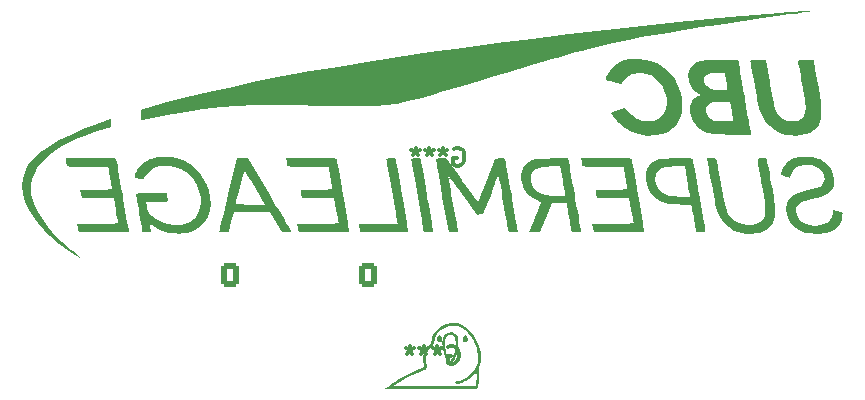
<source format=gbo>
%TF.GenerationSoftware,KiCad,Pcbnew,(6.0.4)*%
%TF.CreationDate,2023-05-16T23:09:25-04:00*%
%TF.ProjectId,PROTO_PCB,50524f54-4f5f-4504-9342-2e6b69636164,rev?*%
%TF.SameCoordinates,Original*%
%TF.FileFunction,Legend,Bot*%
%TF.FilePolarity,Positive*%
%FSLAX46Y46*%
G04 Gerber Fmt 4.6, Leading zero omitted, Abs format (unit mm)*
G04 Created by KiCad (PCBNEW (6.0.4)) date 2023-05-16 23:09:25*
%MOMM*%
%LPD*%
G01*
G04 APERTURE LIST*
G04 Aperture macros list*
%AMRoundRect*
0 Rectangle with rounded corners*
0 $1 Rounding radius*
0 $2 $3 $4 $5 $6 $7 $8 $9 X,Y pos of 4 corners*
0 Add a 4 corners polygon primitive as box body*
4,1,4,$2,$3,$4,$5,$6,$7,$8,$9,$2,$3,0*
0 Add four circle primitives for the rounded corners*
1,1,$1+$1,$2,$3*
1,1,$1+$1,$4,$5*
1,1,$1+$1,$6,$7*
1,1,$1+$1,$8,$9*
0 Add four rect primitives between the rounded corners*
20,1,$1+$1,$2,$3,$4,$5,0*
20,1,$1+$1,$4,$5,$6,$7,0*
20,1,$1+$1,$6,$7,$8,$9,0*
20,1,$1+$1,$8,$9,$2,$3,0*%
G04 Aperture macros list end*
%ADD10C,0.300000*%
%ADD11C,1.226200*%
%ADD12C,1.626200*%
%ADD13C,0.010000*%
%ADD14C,4.000000*%
%ADD15C,2.780000*%
%ADD16C,3.000000*%
%ADD17RoundRect,0.250000X0.500000X0.760000X-0.500000X0.760000X-0.500000X-0.760000X0.500000X-0.760000X0*%
%ADD18O,1.500000X2.020000*%
%ADD19RoundRect,0.250000X-0.500000X-0.760000X0.500000X-0.760000X0.500000X0.760000X-0.500000X0.760000X0*%
%ADD20C,3.100000*%
%ADD21C,3.250000*%
%ADD22R,1.500000X1.500000*%
%ADD23C,1.500000*%
%ADD24C,2.300000*%
%ADD25R,1.700000X1.700000*%
%ADD26O,1.700000X1.700000*%
G04 APERTURE END LIST*
D10*
X88718571Y-146267852D02*
X88863714Y-146195280D01*
X89081428Y-146195280D01*
X89299142Y-146267852D01*
X89444285Y-146412994D01*
X89516857Y-146558137D01*
X89589428Y-146848423D01*
X89589428Y-147066137D01*
X89516857Y-147356423D01*
X89444285Y-147501566D01*
X89299142Y-147646709D01*
X89081428Y-147719280D01*
X88936285Y-147719280D01*
X88718571Y-147646709D01*
X88646000Y-147574137D01*
X88646000Y-147066137D01*
X88936285Y-147066137D01*
X87775142Y-146195280D02*
X87775142Y-146558137D01*
X88138000Y-146412994D02*
X87775142Y-146558137D01*
X87412285Y-146412994D01*
X87992857Y-146848423D02*
X87775142Y-146558137D01*
X87557428Y-146848423D01*
X86614000Y-146195280D02*
X86614000Y-146558137D01*
X86976857Y-146412994D02*
X86614000Y-146558137D01*
X86251142Y-146412994D01*
X86831714Y-146848423D02*
X86614000Y-146558137D01*
X86396285Y-146848423D01*
X85452857Y-146195280D02*
X85452857Y-146558137D01*
X85815714Y-146412994D02*
X85452857Y-146558137D01*
X85090000Y-146412994D01*
X85670571Y-146848423D02*
X85452857Y-146558137D01*
X85235142Y-146848423D01*
X89202158Y-129491708D02*
X89347301Y-129419136D01*
X89565015Y-129419136D01*
X89782729Y-129491708D01*
X89927872Y-129636850D01*
X90000444Y-129781993D01*
X90073015Y-130072279D01*
X90073015Y-130289993D01*
X90000444Y-130580279D01*
X89927872Y-130725422D01*
X89782729Y-130870565D01*
X89565015Y-130943136D01*
X89419872Y-130943136D01*
X89202158Y-130870565D01*
X89129587Y-130797993D01*
X89129587Y-130289993D01*
X89419872Y-130289993D01*
X88258729Y-129419136D02*
X88258729Y-129781993D01*
X88621587Y-129636850D02*
X88258729Y-129781993D01*
X87895872Y-129636850D01*
X88476444Y-130072279D02*
X88258729Y-129781993D01*
X88041015Y-130072279D01*
X87097587Y-129419136D02*
X87097587Y-129781993D01*
X87460444Y-129636850D02*
X87097587Y-129781993D01*
X86734729Y-129636850D01*
X87315301Y-130072279D02*
X87097587Y-129781993D01*
X86879872Y-130072279D01*
X85936444Y-129419136D02*
X85936444Y-129781993D01*
X86299301Y-129636850D02*
X85936444Y-129781993D01*
X85573587Y-129636850D01*
X86154158Y-130072279D02*
X85936444Y-129781993D01*
X85718729Y-130072279D01*
G36*
X91469286Y-147329225D02*
G01*
X91460443Y-147475397D01*
X91445474Y-147598429D01*
X91422352Y-147708632D01*
X91389051Y-147816315D01*
X91343544Y-147931788D01*
X91325323Y-147976529D01*
X91299727Y-148054412D01*
X91286058Y-148129482D01*
X91283684Y-148211244D01*
X91291975Y-148309203D01*
X91310301Y-148432864D01*
X91325151Y-148532593D01*
X91342506Y-148717600D01*
X91344746Y-148900738D01*
X91331449Y-149090558D01*
X91302194Y-149295612D01*
X91256560Y-149524453D01*
X91250485Y-149551788D01*
X91230436Y-149640776D01*
X91213139Y-149715751D01*
X91200270Y-149769518D01*
X91193508Y-149794880D01*
X91190949Y-149796405D01*
X91175945Y-149798965D01*
X91146521Y-149801325D01*
X91101453Y-149803492D01*
X91039518Y-149805472D01*
X90959492Y-149807274D01*
X90860151Y-149808903D01*
X90740274Y-149810368D01*
X90598635Y-149811675D01*
X90434012Y-149812831D01*
X90245181Y-149813843D01*
X90030919Y-149814719D01*
X89790002Y-149815465D01*
X89521207Y-149816089D01*
X89223311Y-149816597D01*
X88895091Y-149816998D01*
X88535322Y-149817296D01*
X88142781Y-149817501D01*
X87716246Y-149817619D01*
X87254492Y-149817656D01*
X86919825Y-149817603D01*
X86542949Y-149817410D01*
X86179266Y-149817084D01*
X85830327Y-149816630D01*
X85497681Y-149816054D01*
X85182879Y-149815363D01*
X84887469Y-149814563D01*
X84613003Y-149813660D01*
X84361029Y-149812660D01*
X84133099Y-149811570D01*
X83930760Y-149810396D01*
X83755565Y-149809144D01*
X83609062Y-149807820D01*
X83492801Y-149806430D01*
X83408332Y-149804982D01*
X83357206Y-149803480D01*
X83340971Y-149801931D01*
X83359994Y-149787159D01*
X83406828Y-149753598D01*
X83475487Y-149705710D01*
X83561309Y-149646651D01*
X83648897Y-149586902D01*
X84090200Y-149586902D01*
X84107753Y-149588084D01*
X84160063Y-149589287D01*
X84245327Y-149590449D01*
X84361761Y-149591565D01*
X84507581Y-149592627D01*
X84681002Y-149593630D01*
X84880241Y-149594566D01*
X85103513Y-149595431D01*
X85349034Y-149596218D01*
X85615021Y-149596920D01*
X85899688Y-149597531D01*
X86201252Y-149598045D01*
X86517929Y-149598456D01*
X86847934Y-149598757D01*
X87189484Y-149598942D01*
X87540794Y-149599005D01*
X87636727Y-149599003D01*
X88060466Y-149598940D01*
X88449351Y-149598781D01*
X88804690Y-149598518D01*
X89127789Y-149598142D01*
X89419954Y-149597645D01*
X89682494Y-149597019D01*
X89916714Y-149596253D01*
X90123921Y-149595341D01*
X90305423Y-149594272D01*
X90462526Y-149593040D01*
X90596536Y-149591634D01*
X90708762Y-149590047D01*
X90800509Y-149588270D01*
X90873084Y-149586294D01*
X90927795Y-149584110D01*
X90965947Y-149581710D01*
X90988849Y-149579086D01*
X90997806Y-149576229D01*
X91001951Y-149569959D01*
X91018774Y-149525953D01*
X91036962Y-149454634D01*
X91055312Y-149363101D01*
X91072620Y-149258454D01*
X91087681Y-149147794D01*
X91099291Y-149038219D01*
X91106247Y-148936829D01*
X91107035Y-148916705D01*
X91108242Y-148817770D01*
X91105776Y-148716177D01*
X91100211Y-148618443D01*
X91092124Y-148531084D01*
X91082091Y-148460616D01*
X91070687Y-148413557D01*
X91058488Y-148396423D01*
X91045008Y-148406502D01*
X91015451Y-148438822D01*
X90977836Y-148485673D01*
X90920980Y-148553210D01*
X90841542Y-148637467D01*
X90748187Y-148729910D01*
X90648490Y-148823434D01*
X90550029Y-148910938D01*
X90460379Y-148985319D01*
X90387116Y-149039474D01*
X90356151Y-149059785D01*
X90100477Y-149203958D01*
X89833469Y-149313584D01*
X89554392Y-149388971D01*
X89500259Y-149399796D01*
X89447055Y-149408387D01*
X89412925Y-149408787D01*
X89388165Y-149400743D01*
X89363072Y-149384002D01*
X89329281Y-149346862D01*
X89310872Y-149302216D01*
X89310428Y-149280715D01*
X89331967Y-149230268D01*
X89385803Y-149193860D01*
X89470506Y-149172652D01*
X89503183Y-149167719D01*
X89661848Y-149129935D01*
X89833007Y-149069634D01*
X90007352Y-148990919D01*
X90175572Y-148897892D01*
X90328359Y-148794654D01*
X90445897Y-148698576D01*
X90581344Y-148570967D01*
X90713881Y-148429689D01*
X90838998Y-148280475D01*
X90952184Y-148129056D01*
X91048926Y-147981164D01*
X91124715Y-147842531D01*
X91175039Y-147718889D01*
X91200606Y-147628516D01*
X91241704Y-147391833D01*
X91250022Y-147140130D01*
X91225556Y-146873112D01*
X91168305Y-146590482D01*
X91099070Y-146349851D01*
X90988479Y-146050078D01*
X90856421Y-145767930D01*
X90705115Y-145507550D01*
X90536779Y-145273080D01*
X90353630Y-145068664D01*
X90344538Y-145059696D01*
X90133609Y-144871794D01*
X89920113Y-144720202D01*
X89703742Y-144604858D01*
X89484187Y-144525704D01*
X89261142Y-144482677D01*
X89034298Y-144475718D01*
X88803349Y-144504766D01*
X88567985Y-144569761D01*
X88327900Y-144670643D01*
X88311422Y-144678743D01*
X88223479Y-144723875D01*
X88154693Y-144764659D01*
X88094160Y-144808936D01*
X88030976Y-144864546D01*
X87954238Y-144939330D01*
X87845706Y-145055653D01*
X87738160Y-145197569D01*
X87655799Y-145345813D01*
X87593471Y-145509982D01*
X87546025Y-145699674D01*
X87531377Y-145763273D01*
X87507614Y-145840085D01*
X87475337Y-145917757D01*
X87431644Y-146001765D01*
X87373630Y-146097585D01*
X87298392Y-146210693D01*
X87203027Y-146346566D01*
X87103951Y-146488942D01*
X86997917Y-146654173D01*
X86915500Y-146802603D01*
X86855298Y-146939100D01*
X86815911Y-147068529D01*
X86795936Y-147195759D01*
X86793974Y-147325657D01*
X86808623Y-147463089D01*
X86838482Y-147612922D01*
X86865677Y-147737885D01*
X86882235Y-147846215D01*
X86884563Y-147937081D01*
X86870105Y-148014066D01*
X86836306Y-148080755D01*
X86780610Y-148140730D01*
X86700460Y-148197575D01*
X86593301Y-148254874D01*
X86456578Y-148316212D01*
X86287733Y-148385170D01*
X85911381Y-148544366D01*
X85497687Y-148739318D01*
X85088729Y-148952039D01*
X84697521Y-149176059D01*
X84602362Y-149233981D01*
X84484293Y-149307644D01*
X84374931Y-149377793D01*
X84278034Y-149441887D01*
X84197356Y-149497386D01*
X84136654Y-149541748D01*
X84099684Y-149572434D01*
X84090200Y-149586902D01*
X83648897Y-149586902D01*
X83659634Y-149579578D01*
X83765799Y-149507648D01*
X83875145Y-149434017D01*
X83983010Y-149361840D01*
X84084733Y-149294275D01*
X84175652Y-149234478D01*
X84251108Y-149185606D01*
X84529473Y-149011402D01*
X84866837Y-148812496D01*
X85197100Y-148632618D01*
X85529554Y-148466967D01*
X85873497Y-148310741D01*
X86238222Y-148159139D01*
X86246538Y-148155815D01*
X86340951Y-148117296D01*
X86430843Y-148079347D01*
X86506397Y-148046182D01*
X86557801Y-148022010D01*
X86604124Y-147997300D01*
X86633473Y-147973837D01*
X86645100Y-147944932D01*
X86647162Y-147899389D01*
X86643428Y-147851528D01*
X86633224Y-147778034D01*
X86618112Y-147689015D01*
X86599655Y-147594496D01*
X86581355Y-147496232D01*
X86563545Y-147340087D01*
X86563369Y-147192223D01*
X86582210Y-147048009D01*
X86621451Y-146902817D01*
X86682473Y-146752015D01*
X86766658Y-146590974D01*
X86875389Y-146415064D01*
X87010047Y-146219656D01*
X87088223Y-146109861D01*
X87157117Y-146010526D01*
X87209746Y-145929993D01*
X87249031Y-145862786D01*
X87277892Y-145803431D01*
X87299250Y-145746453D01*
X87316027Y-145686377D01*
X87331141Y-145617728D01*
X87366077Y-145476498D01*
X87450717Y-145249291D01*
X87565755Y-145040820D01*
X87709888Y-144852464D01*
X87881808Y-144685603D01*
X88080213Y-144541617D01*
X88303795Y-144421886D01*
X88551251Y-144327789D01*
X88617652Y-144308519D01*
X88848709Y-144262011D01*
X89084454Y-144244117D01*
X89316180Y-144255124D01*
X89535182Y-144295321D01*
X89735182Y-144363530D01*
X89941243Y-144464341D01*
X90145841Y-144593333D01*
X90344192Y-144746799D01*
X90531511Y-144921034D01*
X90703015Y-145112330D01*
X90853918Y-145316980D01*
X90993396Y-145543629D01*
X91152671Y-145852051D01*
X91283105Y-146168145D01*
X91382516Y-146486460D01*
X91448718Y-146801545D01*
X91448945Y-146802999D01*
X91463197Y-146911221D01*
X91471237Y-147019391D01*
X91473622Y-147139579D01*
X91473612Y-147140130D01*
X91470906Y-147283854D01*
X91469286Y-147329225D01*
G37*
G36*
X89555752Y-146087016D02*
G01*
X89552698Y-146182578D01*
X89538279Y-146356140D01*
X89499357Y-146613773D01*
X89438703Y-146853261D01*
X89353850Y-147080823D01*
X89242332Y-147302676D01*
X89101682Y-147525041D01*
X88929434Y-147754134D01*
X88876356Y-147819344D01*
X88831556Y-147873051D01*
X88800031Y-147909346D01*
X88786490Y-147922678D01*
X88784112Y-147920919D01*
X88767935Y-147895644D01*
X88740475Y-147844893D01*
X88704544Y-147774483D01*
X88662955Y-147690229D01*
X88618517Y-147597947D01*
X88574044Y-147503455D01*
X88532345Y-147412568D01*
X88496234Y-147331102D01*
X88468520Y-147264874D01*
X88388249Y-147043837D01*
X88306488Y-146758684D01*
X88248424Y-146474576D01*
X88214599Y-146196327D01*
X88208282Y-146009479D01*
X88443475Y-146009479D01*
X88443645Y-146036212D01*
X88445757Y-146159491D01*
X88450699Y-146260048D01*
X88459551Y-146349399D01*
X88473392Y-146439061D01*
X88493305Y-146540548D01*
X88532857Y-146710536D01*
X88624452Y-147019195D01*
X88736552Y-147310894D01*
X88755775Y-147353734D01*
X88786721Y-147416867D01*
X88812128Y-147461650D01*
X88827854Y-147480398D01*
X88844681Y-147471716D01*
X88876338Y-147436592D01*
X88917876Y-147380194D01*
X88965495Y-147308289D01*
X89015394Y-147226641D01*
X89063772Y-147141018D01*
X89106828Y-147057183D01*
X89169765Y-146915584D01*
X89231701Y-146738147D01*
X89275894Y-146553904D01*
X89304466Y-146353584D01*
X89319540Y-146127915D01*
X89320492Y-146100260D01*
X89322700Y-145941990D01*
X89319369Y-145795900D01*
X89310916Y-145666809D01*
X89297759Y-145559538D01*
X89280316Y-145478907D01*
X89259005Y-145429733D01*
X89235549Y-145402517D01*
X89158878Y-145347526D01*
X89060156Y-145308617D01*
X88947734Y-145287673D01*
X88829962Y-145286574D01*
X88715192Y-145307202D01*
X88709629Y-145308841D01*
X88634252Y-145337102D01*
X88573877Y-145374631D01*
X88527020Y-145425267D01*
X88492193Y-145492851D01*
X88467911Y-145581224D01*
X88452688Y-145694226D01*
X88445038Y-145835697D01*
X88443475Y-146009479D01*
X88208282Y-146009479D01*
X88205553Y-145928751D01*
X88221828Y-145676664D01*
X88263964Y-145444880D01*
X88301183Y-145342718D01*
X88372238Y-145239317D01*
X88471964Y-145158038D01*
X88600591Y-145098702D01*
X88758350Y-145061130D01*
X88871654Y-145051165D01*
X89017235Y-145060332D01*
X89153611Y-145092734D01*
X89275706Y-145146018D01*
X89378442Y-145217828D01*
X89456741Y-145305811D01*
X89505525Y-145407610D01*
X89512612Y-145437027D01*
X89524625Y-145513514D01*
X89535375Y-145613663D01*
X89544361Y-145729281D01*
X89551085Y-145852174D01*
X89554003Y-145941990D01*
X89555048Y-145974151D01*
X89555752Y-146087016D01*
G37*
G36*
X90185521Y-145307268D02*
G01*
X90236715Y-145329107D01*
X90280544Y-145364083D01*
X90329148Y-145436145D01*
X90357380Y-145524309D01*
X90364871Y-145619887D01*
X90351258Y-145714188D01*
X90316173Y-145798524D01*
X90259252Y-145864207D01*
X90242365Y-145875411D01*
X90175501Y-145896892D01*
X90102418Y-145895818D01*
X90040069Y-145871617D01*
X89988015Y-145815986D01*
X89950002Y-145735592D01*
X89929809Y-145641967D01*
X89929661Y-145545570D01*
X89951786Y-145456859D01*
X89981321Y-145406442D01*
X90031419Y-145352755D01*
X90087798Y-145313855D01*
X90139615Y-145298862D01*
X90185521Y-145307268D01*
G37*
G36*
X88060744Y-145332281D02*
G01*
X88096069Y-145360060D01*
X88147450Y-145431332D01*
X88177221Y-145519073D01*
X88185141Y-145614653D01*
X88170973Y-145709439D01*
X88134477Y-145794799D01*
X88075413Y-145862102D01*
X88029018Y-145889967D01*
X87961698Y-145902963D01*
X87897711Y-145887407D01*
X87840465Y-145847928D01*
X87793370Y-145789157D01*
X87759835Y-145715722D01*
X87743270Y-145632255D01*
X87747085Y-145543384D01*
X87774688Y-145453740D01*
X87792139Y-145420061D01*
X87848278Y-145349891D01*
X87914586Y-145310670D01*
X87986822Y-145304200D01*
X88060744Y-145332281D01*
G37*
G36*
X114257123Y-127729018D02*
G01*
X114303514Y-128005615D01*
X114332789Y-128186539D01*
X114342985Y-128260363D01*
X114341210Y-128269607D01*
X114311576Y-128292481D01*
X114235855Y-128309105D01*
X114101674Y-128319878D01*
X113896663Y-128325201D01*
X113608449Y-128325474D01*
X113224662Y-128321098D01*
X112732928Y-128312474D01*
X112391106Y-128305117D01*
X111883825Y-128289339D01*
X111470809Y-128267218D01*
X111135502Y-128235826D01*
X110861347Y-128192237D01*
X110631789Y-128133526D01*
X110430272Y-128056765D01*
X110240241Y-127959028D01*
X110045138Y-127837390D01*
X109980055Y-127792070D01*
X109667744Y-127502188D01*
X109423107Y-127150320D01*
X109254073Y-126759768D01*
X109174439Y-126381690D01*
X110526847Y-126381690D01*
X110571461Y-126520115D01*
X110714665Y-126754746D01*
X110914280Y-126962888D01*
X111135031Y-127102721D01*
X111193243Y-127121074D01*
X111370209Y-127151207D01*
X111606494Y-127172475D01*
X111876482Y-127184787D01*
X112154555Y-127188052D01*
X112415095Y-127182178D01*
X112632484Y-127167072D01*
X112781106Y-127142645D01*
X112835341Y-127108803D01*
X112835131Y-127105371D01*
X112821988Y-127010078D01*
X112791823Y-126824086D01*
X112748854Y-126572692D01*
X112697302Y-126281196D01*
X112562182Y-125528827D01*
X111812425Y-125533124D01*
X111659558Y-125534586D01*
X111355076Y-125543694D01*
X111136842Y-125562851D01*
X110980654Y-125594842D01*
X110862309Y-125642453D01*
X110809767Y-125673638D01*
X110628282Y-125860214D01*
X110528851Y-126107523D01*
X110526847Y-126381690D01*
X109174439Y-126381690D01*
X109168572Y-126353833D01*
X109174537Y-125955815D01*
X109279896Y-125589016D01*
X109313230Y-125519871D01*
X109437559Y-125326596D01*
X109604331Y-125176876D01*
X109850771Y-125034556D01*
X110083425Y-124917192D01*
X109904452Y-124843059D01*
X109841232Y-124810830D01*
X109673860Y-124694155D01*
X109509247Y-124546981D01*
X109355981Y-124366197D01*
X109157600Y-124017364D01*
X109082085Y-123761057D01*
X110378625Y-123761057D01*
X110461896Y-124005366D01*
X110623411Y-124227131D01*
X110852763Y-124398772D01*
X110921720Y-124433326D01*
X111059869Y-124485795D01*
X111219360Y-124516933D01*
X111433156Y-124531861D01*
X111734219Y-124535699D01*
X111762095Y-124535737D01*
X112016786Y-124537418D01*
X112191184Y-124528736D01*
X112296296Y-124491495D01*
X112343132Y-124407501D01*
X112342701Y-124258558D01*
X112306011Y-124026471D01*
X112244073Y-123693045D01*
X112140175Y-123121244D01*
X111513964Y-123103956D01*
X111251033Y-123100861D01*
X110945530Y-123116532D01*
X110725002Y-123160705D01*
X110569324Y-123238140D01*
X110458374Y-123353595D01*
X110384005Y-123521782D01*
X110378625Y-123761057D01*
X109082085Y-123761057D01*
X109047822Y-123644766D01*
X109026765Y-123269327D01*
X109094541Y-122911973D01*
X109251268Y-122593628D01*
X109497060Y-122335216D01*
X109587437Y-122268618D01*
X109712275Y-122189710D01*
X109845143Y-122128837D01*
X110002090Y-122083642D01*
X110199165Y-122051769D01*
X110452415Y-122030863D01*
X110777890Y-122018566D01*
X111191637Y-122012523D01*
X111709705Y-122010379D01*
X112085687Y-122010188D01*
X112465946Y-122011015D01*
X112789347Y-122012815D01*
X113040009Y-122015461D01*
X113202054Y-122018827D01*
X113259600Y-122022784D01*
X113260921Y-122031316D01*
X113278074Y-122131343D01*
X113313523Y-122334853D01*
X113365319Y-122630746D01*
X113431513Y-123007923D01*
X113510157Y-123455286D01*
X113599301Y-123961736D01*
X113677847Y-124407501D01*
X113696996Y-124516173D01*
X113801293Y-125107500D01*
X113837142Y-125310836D01*
X113939665Y-125894412D01*
X114034887Y-126439443D01*
X114120846Y-126934506D01*
X114150882Y-127108803D01*
X114195579Y-127368173D01*
X114257123Y-127729018D01*
G37*
G36*
X104854221Y-121899726D02*
G01*
X104873523Y-121900472D01*
X105424096Y-121950706D01*
X105904757Y-122061704D01*
X106354709Y-122245783D01*
X106813153Y-122515260D01*
X106978642Y-122632446D01*
X107459905Y-123065557D01*
X107869782Y-123580580D01*
X108194091Y-124157538D01*
X108418648Y-124776457D01*
X108440351Y-124864473D01*
X108502073Y-125248589D01*
X108527646Y-125669049D01*
X108517569Y-126087908D01*
X108472339Y-126467223D01*
X108392456Y-126769050D01*
X108342796Y-126889854D01*
X108071697Y-127376619D01*
X107723855Y-127771005D01*
X107302033Y-128070938D01*
X106808994Y-128274344D01*
X106247501Y-128379150D01*
X106241118Y-128379734D01*
X105535399Y-128389335D01*
X104867351Y-128288480D01*
X104243811Y-128079455D01*
X103671612Y-127764545D01*
X103157590Y-127346035D01*
X102970132Y-127151827D01*
X102785918Y-126938886D01*
X102631435Y-126738966D01*
X102525181Y-126576065D01*
X102485653Y-126474184D01*
X102509257Y-126451586D01*
X102625912Y-126397719D01*
X102818043Y-126328962D01*
X103060853Y-126254773D01*
X103636052Y-126091540D01*
X103959770Y-126428452D01*
X104236139Y-126677390D01*
X104693694Y-126959654D01*
X104733630Y-126978441D01*
X104949995Y-127071065D01*
X105135902Y-127124150D01*
X105341545Y-127148257D01*
X105617117Y-127153945D01*
X105868797Y-127149242D01*
X106079713Y-127127657D01*
X106252208Y-127080950D01*
X106429677Y-127000950D01*
X106728079Y-126792347D01*
X106973735Y-126488593D01*
X107135300Y-126117068D01*
X107206444Y-125692690D01*
X107180839Y-125230377D01*
X107076863Y-124797086D01*
X106869338Y-124312680D01*
X106583907Y-123889282D01*
X106232676Y-123544213D01*
X105827753Y-123294793D01*
X105799182Y-123282109D01*
X105470946Y-123176497D01*
X105102541Y-123114714D01*
X104742224Y-123102007D01*
X104438253Y-123143628D01*
X104267949Y-123202681D01*
X103965200Y-123365624D01*
X103702567Y-123576515D01*
X103519986Y-123806523D01*
X103385562Y-124045700D01*
X102980749Y-123934729D01*
X102768615Y-123876846D01*
X102516461Y-123808611D01*
X102320132Y-123756082D01*
X102262154Y-123739705D01*
X102126756Y-123679163D01*
X102072760Y-123589788D01*
X102093798Y-123446856D01*
X102183502Y-123225642D01*
X102215575Y-123160885D01*
X102404439Y-122879694D01*
X102660482Y-122596858D01*
X102948340Y-122348003D01*
X103232648Y-122168754D01*
X103346932Y-122115361D01*
X103664515Y-121998211D01*
X103999518Y-121926884D01*
X104385050Y-121895886D01*
X104854221Y-121899726D01*
G37*
G36*
X115901897Y-123853974D02*
G01*
X115930195Y-124014982D01*
X116015509Y-124486134D01*
X116099391Y-124929851D01*
X116178165Y-125327874D01*
X116248156Y-125661940D01*
X116305685Y-125913790D01*
X116347077Y-126065163D01*
X116376273Y-126144088D01*
X116553819Y-126474154D01*
X116794629Y-126763118D01*
X117073276Y-126984790D01*
X117364334Y-127112979D01*
X117489593Y-127141365D01*
X117915718Y-127183977D01*
X118279517Y-127132006D01*
X118574281Y-126989808D01*
X118793299Y-126761741D01*
X118929862Y-126452164D01*
X118977260Y-126065434D01*
X118975153Y-126025268D01*
X118956084Y-125857943D01*
X118919288Y-125596304D01*
X118867350Y-125256983D01*
X118802857Y-124856611D01*
X118728396Y-124411819D01*
X118646553Y-123939236D01*
X118602615Y-123689438D01*
X118525271Y-123248557D01*
X118456402Y-122854493D01*
X118398500Y-122521591D01*
X118354056Y-122264198D01*
X118325562Y-122096657D01*
X118315511Y-122033317D01*
X118355542Y-122024547D01*
X118493911Y-122015841D01*
X118707796Y-122009921D01*
X118972814Y-122007737D01*
X119630117Y-122007737D01*
X119664670Y-122173258D01*
X119666838Y-122184005D01*
X119689540Y-122305661D01*
X119729362Y-122525998D01*
X119783337Y-122828336D01*
X119848496Y-123195993D01*
X119921872Y-123612291D01*
X120000495Y-124060548D01*
X120055298Y-124378498D01*
X120159552Y-125025576D01*
X120234656Y-125573598D01*
X120280337Y-126034966D01*
X120296325Y-126422082D01*
X120282348Y-126747347D01*
X120238136Y-127023164D01*
X120163416Y-127261936D01*
X120057918Y-127476063D01*
X119921370Y-127677948D01*
X119685832Y-127914763D01*
X119344514Y-128132725D01*
X118946830Y-128292005D01*
X118524473Y-128376748D01*
X118185711Y-128394966D01*
X117730887Y-128380012D01*
X117296497Y-128326006D01*
X116930530Y-128237151D01*
X116805319Y-128191479D01*
X116335651Y-127943910D01*
X115909403Y-127598819D01*
X115541096Y-127172290D01*
X115245251Y-126680407D01*
X115036390Y-126139252D01*
X115026234Y-126098388D01*
X114992363Y-125939439D01*
X114942980Y-125691645D01*
X114881254Y-125372264D01*
X114810358Y-124998553D01*
X114733461Y-124587770D01*
X114653736Y-124157174D01*
X114574353Y-123724023D01*
X114498482Y-123305574D01*
X114429296Y-122919085D01*
X114369965Y-122581815D01*
X114323659Y-122311021D01*
X114293550Y-122123961D01*
X114282809Y-122037894D01*
X114320496Y-122027787D01*
X114456466Y-122017409D01*
X114668278Y-122010345D01*
X114931386Y-122007737D01*
X115579963Y-122007737D01*
X115901897Y-123853974D01*
G37*
G36*
X58913175Y-130314481D02*
G01*
X59370389Y-130316310D01*
X59774764Y-130319230D01*
X60112791Y-130323086D01*
X60370963Y-130327720D01*
X60535772Y-130332977D01*
X60593710Y-130338701D01*
X60595078Y-130348235D01*
X60612331Y-130450909D01*
X60647842Y-130656950D01*
X60699665Y-130955224D01*
X60765856Y-131334598D01*
X60844471Y-131783939D01*
X60933566Y-132292114D01*
X61031196Y-132847990D01*
X61135416Y-133440433D01*
X61173869Y-133658920D01*
X61275934Y-134239553D01*
X61370702Y-134779681D01*
X61456226Y-135268155D01*
X61530562Y-135693824D01*
X61591764Y-136045542D01*
X61637889Y-136312157D01*
X61666990Y-136482522D01*
X61677122Y-136545488D01*
X61628330Y-136551465D01*
X61471986Y-136557488D01*
X61221205Y-136562817D01*
X60889523Y-136567273D01*
X60490478Y-136570676D01*
X60037607Y-136572849D01*
X59544448Y-136573613D01*
X59275976Y-136573805D01*
X58757851Y-136574759D01*
X58343019Y-136574429D01*
X58019689Y-136570352D01*
X57776074Y-136560062D01*
X57600384Y-136541097D01*
X57480829Y-136510992D01*
X57405622Y-136467285D01*
X57362973Y-136407510D01*
X57341093Y-136329204D01*
X57328193Y-136229903D01*
X57312484Y-136107144D01*
X57272702Y-135851339D01*
X59027546Y-135851339D01*
X59412581Y-135851142D01*
X59837361Y-135849867D01*
X60163558Y-135846731D01*
X60403702Y-135840970D01*
X60570320Y-135831819D01*
X60675940Y-135818513D01*
X60733091Y-135800285D01*
X60754301Y-135776372D01*
X60752097Y-135746007D01*
X60740854Y-135696621D01*
X60709835Y-135537700D01*
X60665612Y-135297399D01*
X60612298Y-134998203D01*
X60554002Y-134662594D01*
X60386200Y-133684514D01*
X57661026Y-133684514D01*
X57602867Y-133323376D01*
X57544707Y-132962239D01*
X58897971Y-132962239D01*
X59353659Y-132960642D01*
X59700703Y-132955526D01*
X59950598Y-132946247D01*
X60114836Y-132932163D01*
X60204911Y-132912629D01*
X60232316Y-132887002D01*
X60231122Y-132871151D01*
X60214564Y-132753199D01*
X60181573Y-132548298D01*
X60136036Y-132280090D01*
X60081843Y-131972218D01*
X60062393Y-131863109D01*
X60010944Y-131570225D01*
X59969439Y-131327680D01*
X59941718Y-131158178D01*
X59931624Y-131084421D01*
X59927908Y-131081264D01*
X59842487Y-131069215D01*
X59655412Y-131058427D01*
X59381663Y-131049313D01*
X59036221Y-131042290D01*
X58634068Y-131037771D01*
X58190183Y-131036173D01*
X58011776Y-131036297D01*
X57539720Y-131037250D01*
X57170614Y-131036490D01*
X56891336Y-131030690D01*
X56688767Y-131016527D01*
X56549784Y-130990675D01*
X56461268Y-130949808D01*
X56410097Y-130890603D01*
X56383151Y-130809734D01*
X56367309Y-130703876D01*
X56349451Y-130569703D01*
X56309669Y-130313898D01*
X58451689Y-130313898D01*
X58913175Y-130314481D01*
G37*
G36*
X74498459Y-134948314D02*
G01*
X74760796Y-135386599D01*
X74988564Y-135767268D01*
X75176301Y-136081193D01*
X75318545Y-136319244D01*
X75409834Y-136472294D01*
X75444707Y-136531214D01*
X75445371Y-136535177D01*
X75386643Y-136554550D01*
X75239650Y-136563927D01*
X75031799Y-136561309D01*
X74592569Y-136543519D01*
X74108661Y-135716884D01*
X73624752Y-134890250D01*
X72078672Y-134889278D01*
X70532592Y-134888305D01*
X70335937Y-135730959D01*
X70139281Y-136573613D01*
X69730240Y-136573613D01*
X69612973Y-136572531D01*
X69435932Y-136560983D01*
X69346145Y-136532762D01*
X69321198Y-136482895D01*
X69323041Y-136469197D01*
X69347081Y-136355938D01*
X69396795Y-136141217D01*
X69469448Y-135836299D01*
X69562306Y-135452450D01*
X69672633Y-135000935D01*
X69797695Y-134493018D01*
X69871771Y-134194114D01*
X70705558Y-134194114D01*
X70711411Y-134197211D01*
X70802854Y-134206456D01*
X70991520Y-134214429D01*
X71259791Y-134220680D01*
X71590048Y-134224760D01*
X71964674Y-134226220D01*
X73223789Y-134226220D01*
X72343048Y-132745268D01*
X72342024Y-132743547D01*
X72076329Y-132299531D01*
X71864353Y-131952056D01*
X71700548Y-131692929D01*
X71579367Y-131513951D01*
X71495260Y-131406927D01*
X71442679Y-131363660D01*
X71416075Y-131375955D01*
X71406520Y-131405111D01*
X71369279Y-131538248D01*
X71311547Y-131755734D01*
X71238389Y-132037479D01*
X71154870Y-132363395D01*
X71066054Y-132713392D01*
X70977006Y-133067382D01*
X70892791Y-133405276D01*
X70818474Y-133706985D01*
X70759119Y-133952421D01*
X70719793Y-134121493D01*
X70705558Y-134194114D01*
X69871771Y-134194114D01*
X69934756Y-133939964D01*
X70081081Y-133353038D01*
X70840965Y-130313898D01*
X71722359Y-130313898D01*
X73570372Y-133398613D01*
X73891924Y-133935409D01*
X74066085Y-134226220D01*
X74207014Y-134461542D01*
X74498459Y-134948314D01*
G37*
G36*
X77571943Y-130314481D02*
G01*
X78029157Y-130316310D01*
X78433531Y-130319230D01*
X78771559Y-130323086D01*
X79029731Y-130327720D01*
X79194540Y-130332977D01*
X79252478Y-130338701D01*
X79253845Y-130348235D01*
X79271099Y-130450909D01*
X79306610Y-130656950D01*
X79358433Y-130955224D01*
X79424624Y-131334598D01*
X79503239Y-131783939D01*
X79592334Y-132292114D01*
X79689963Y-132847990D01*
X79794184Y-133440433D01*
X79832637Y-133658920D01*
X79934702Y-134239553D01*
X80029469Y-134779681D01*
X80114994Y-135268155D01*
X80189329Y-135693824D01*
X80250532Y-136045542D01*
X80296656Y-136312157D01*
X80325757Y-136482522D01*
X80335890Y-136545488D01*
X80287098Y-136551465D01*
X80130754Y-136557488D01*
X79879973Y-136562817D01*
X79548291Y-136567273D01*
X79149246Y-136570676D01*
X78696375Y-136572849D01*
X78203216Y-136573613D01*
X77934744Y-136573805D01*
X77416619Y-136574759D01*
X77001786Y-136574429D01*
X76678457Y-136570352D01*
X76434842Y-136560062D01*
X76259151Y-136541097D01*
X76139597Y-136510992D01*
X76064390Y-136467285D01*
X76021741Y-136407510D01*
X75999861Y-136329204D01*
X75986961Y-136229903D01*
X75971252Y-136107144D01*
X75931470Y-135851339D01*
X77686314Y-135851339D01*
X78071349Y-135851142D01*
X78496129Y-135849867D01*
X78822326Y-135846731D01*
X79062470Y-135840970D01*
X79229088Y-135831819D01*
X79334708Y-135818513D01*
X79391859Y-135800285D01*
X79413068Y-135776372D01*
X79410865Y-135746007D01*
X79399622Y-135696621D01*
X79368602Y-135537700D01*
X79324380Y-135297399D01*
X79271065Y-134998203D01*
X79212770Y-134662594D01*
X79044968Y-133684514D01*
X76319794Y-133684514D01*
X76261634Y-133323376D01*
X76203475Y-132962239D01*
X77556738Y-132962239D01*
X78012426Y-132960642D01*
X78359471Y-132955526D01*
X78609366Y-132946247D01*
X78773604Y-132932163D01*
X78863679Y-132912629D01*
X78891084Y-132887002D01*
X78889889Y-132871151D01*
X78873332Y-132753199D01*
X78840341Y-132548298D01*
X78794804Y-132280090D01*
X78740610Y-131972218D01*
X78721160Y-131863109D01*
X78669712Y-131570225D01*
X78628206Y-131327680D01*
X78600486Y-131158178D01*
X78590392Y-131084421D01*
X78586676Y-131081264D01*
X78501255Y-131069215D01*
X78314179Y-131058427D01*
X78040430Y-131049313D01*
X77694989Y-131042290D01*
X77292835Y-131037771D01*
X76848951Y-131036173D01*
X76670544Y-131036297D01*
X76198488Y-131037250D01*
X75829382Y-131036490D01*
X75550104Y-131030690D01*
X75347534Y-131016527D01*
X75208552Y-130990675D01*
X75120035Y-130949808D01*
X75068865Y-130890603D01*
X75041919Y-130809734D01*
X75026077Y-130703876D01*
X75008219Y-130569703D01*
X74968437Y-130313898D01*
X77110457Y-130313898D01*
X77571943Y-130314481D01*
G37*
G36*
X84049614Y-130317134D02*
G01*
X84193296Y-130326068D01*
X84248212Y-130338701D01*
X84249580Y-130348235D01*
X84266834Y-130450909D01*
X84302344Y-130656950D01*
X84354167Y-130955224D01*
X84420359Y-131334598D01*
X84498974Y-131783939D01*
X84588068Y-132292114D01*
X84685698Y-132847990D01*
X84789918Y-133440433D01*
X84828371Y-133658920D01*
X84930437Y-134239553D01*
X85025204Y-134779681D01*
X85110728Y-135268155D01*
X85185064Y-135693824D01*
X85246267Y-136045542D01*
X85292391Y-136312157D01*
X85321492Y-136482522D01*
X85331624Y-136545488D01*
X85297326Y-136550620D01*
X85156572Y-136556852D01*
X84919878Y-136562377D01*
X84601084Y-136567007D01*
X84214026Y-136570550D01*
X83772542Y-136572816D01*
X83290470Y-136573613D01*
X81249315Y-136573613D01*
X81209532Y-136317808D01*
X81200690Y-136262801D01*
X81167882Y-136081535D01*
X81139996Y-135956670D01*
X81136764Y-135940475D01*
X81144829Y-135912796D01*
X81183211Y-135891505D01*
X81264776Y-135875769D01*
X81402391Y-135864758D01*
X81608921Y-135857640D01*
X81897232Y-135853585D01*
X82280189Y-135851762D01*
X82770658Y-135851339D01*
X84431074Y-135851339D01*
X84399697Y-135715912D01*
X84384467Y-135640056D01*
X84350305Y-135456515D01*
X84301099Y-135185299D01*
X84239425Y-134841137D01*
X84167864Y-134438757D01*
X84088994Y-133992888D01*
X84005396Y-133518257D01*
X83919647Y-133029594D01*
X83834327Y-132541626D01*
X83752016Y-132069082D01*
X83675291Y-131626690D01*
X83606733Y-131229178D01*
X83548921Y-130891276D01*
X83504433Y-130627711D01*
X83475849Y-130453211D01*
X83465748Y-130382505D01*
X83489901Y-130353828D01*
X83620382Y-130324112D01*
X83856980Y-130313898D01*
X84049614Y-130317134D01*
G37*
G36*
X86156249Y-130317134D02*
G01*
X86299931Y-130326068D01*
X86354847Y-130338701D01*
X86356215Y-130348235D01*
X86373469Y-130450909D01*
X86408979Y-130656950D01*
X86460802Y-130955224D01*
X86526994Y-131334598D01*
X86605609Y-131783939D01*
X86694703Y-132292114D01*
X86792333Y-132847990D01*
X86896553Y-133440433D01*
X86935007Y-133658920D01*
X87037072Y-134239553D01*
X87131839Y-134779681D01*
X87217363Y-135268155D01*
X87291699Y-135693824D01*
X87352902Y-136045542D01*
X87399026Y-136312157D01*
X87428127Y-136482522D01*
X87438260Y-136545488D01*
X87388860Y-136559196D01*
X87249338Y-136569624D01*
X87051295Y-136573613D01*
X86664330Y-136573613D01*
X86601357Y-136257618D01*
X86596502Y-136232891D01*
X86564229Y-136060899D01*
X86516307Y-135797892D01*
X86455185Y-135457841D01*
X86383307Y-135054715D01*
X86303121Y-134602482D01*
X86217072Y-134115112D01*
X86127608Y-133606575D01*
X86037174Y-133090840D01*
X85948218Y-132581875D01*
X85863185Y-132093650D01*
X85784522Y-131640135D01*
X85714676Y-131235298D01*
X85656092Y-130893108D01*
X85611218Y-130627536D01*
X85582499Y-130452550D01*
X85572383Y-130382119D01*
X85597356Y-130353368D01*
X85728376Y-130324029D01*
X85963615Y-130313898D01*
X86156249Y-130317134D01*
G37*
G36*
X89885451Y-132210618D02*
G01*
X90186489Y-132618003D01*
X90464336Y-132991726D01*
X90711007Y-133321208D01*
X90918514Y-133595871D01*
X91078873Y-133805135D01*
X91184096Y-133938424D01*
X91226198Y-133985157D01*
X91238958Y-133964933D01*
X91290990Y-133848966D01*
X91376985Y-133641667D01*
X91491638Y-133356298D01*
X91629643Y-133006125D01*
X91785695Y-132604412D01*
X91954487Y-132164422D01*
X92648677Y-130343993D01*
X93083042Y-130326308D01*
X93111193Y-130325220D01*
X93316914Y-130321133D01*
X93462295Y-130324972D01*
X93517406Y-130336064D01*
X93518769Y-130345750D01*
X93536011Y-130448855D01*
X93571514Y-130655317D01*
X93623334Y-130953991D01*
X93689526Y-131333731D01*
X93768145Y-131783390D01*
X93857245Y-132291824D01*
X93954883Y-132847887D01*
X94059113Y-133440433D01*
X94097566Y-133658920D01*
X94199631Y-134239553D01*
X94294398Y-134779681D01*
X94379922Y-135268155D01*
X94454258Y-135693824D01*
X94515461Y-136045542D01*
X94561585Y-136312157D01*
X94590686Y-136482522D01*
X94600819Y-136545488D01*
X94551419Y-136559196D01*
X94411898Y-136569624D01*
X94213854Y-136573613D01*
X93826889Y-136573613D01*
X93763338Y-136257618D01*
X93750167Y-136188914D01*
X93714040Y-135990965D01*
X93662715Y-135703387D01*
X93599332Y-135344258D01*
X93527031Y-134931658D01*
X93448953Y-134483664D01*
X93368239Y-134018357D01*
X93288028Y-133553816D01*
X93211461Y-133108118D01*
X93141679Y-132699344D01*
X93081822Y-132345571D01*
X93035030Y-132064879D01*
X92961598Y-131618942D01*
X92700530Y-132335732D01*
X92648861Y-132476414D01*
X92516954Y-132829365D01*
X92363052Y-133235066D01*
X92202287Y-133653750D01*
X92049794Y-134045651D01*
X91660124Y-135038779D01*
X91418133Y-135057138D01*
X91176142Y-135075496D01*
X90403831Y-134033915D01*
X90396989Y-134024686D01*
X90131537Y-133665907D01*
X89857212Y-133293851D01*
X89594198Y-132935982D01*
X89362679Y-132619762D01*
X89182840Y-132372654D01*
X89153691Y-132332580D01*
X88987752Y-132111885D01*
X88850065Y-131940988D01*
X88754257Y-131836137D01*
X88713957Y-131813584D01*
X88713761Y-131862410D01*
X88732026Y-132011809D01*
X88767947Y-132231353D01*
X88817329Y-132493454D01*
X88847104Y-132646490D01*
X88903977Y-132949214D01*
X88973644Y-133328464D01*
X89051599Y-133759467D01*
X89133341Y-134217451D01*
X89214365Y-134677642D01*
X89281790Y-135062716D01*
X89352191Y-135463061D01*
X89414538Y-135815808D01*
X89465682Y-136103207D01*
X89502477Y-136307510D01*
X89521774Y-136410966D01*
X89555722Y-136579360D01*
X89147401Y-136561439D01*
X88739080Y-136543519D01*
X88212614Y-133564135D01*
X88191817Y-133446353D01*
X88089597Y-132864764D01*
X87994354Y-132318555D01*
X87908109Y-131819601D01*
X87882207Y-131668163D01*
X88642051Y-131668163D01*
X88672146Y-131698258D01*
X88702241Y-131668163D01*
X88672146Y-131638068D01*
X88642051Y-131668163D01*
X87882207Y-131668163D01*
X87832883Y-131379779D01*
X87770696Y-131010964D01*
X87723570Y-130725033D01*
X87693525Y-130533861D01*
X87682583Y-130449324D01*
X87682326Y-130429304D01*
X87694669Y-130365599D01*
X87748401Y-130331242D01*
X87869838Y-130317495D01*
X88085297Y-130315621D01*
X88491577Y-130317344D01*
X89486070Y-131668163D01*
X89841838Y-132151403D01*
X89885451Y-132210618D01*
G37*
G36*
X99556503Y-134239553D02*
G01*
X99651270Y-134779681D01*
X99736795Y-135268155D01*
X99811130Y-135693824D01*
X99872333Y-136045542D01*
X99918457Y-136312157D01*
X99947558Y-136482522D01*
X99957691Y-136545488D01*
X99908291Y-136559196D01*
X99768770Y-136569624D01*
X99570726Y-136573613D01*
X99183761Y-136573613D01*
X99121050Y-136257618D01*
X99090971Y-136100901D01*
X99045422Y-135853858D01*
X98992656Y-135560775D01*
X98936770Y-135245151D01*
X98881860Y-134930484D01*
X98832021Y-134640274D01*
X98791351Y-134398019D01*
X98763945Y-134227218D01*
X98753899Y-134151369D01*
X98717196Y-134135880D01*
X98582341Y-134122307D01*
X98371576Y-134116217D01*
X98109492Y-134118852D01*
X97465086Y-134135936D01*
X96980938Y-135354135D01*
X96496790Y-136572335D01*
X96030321Y-136572974D01*
X95975251Y-136572822D01*
X95765989Y-136567552D01*
X95619210Y-136556275D01*
X95563852Y-136540976D01*
X95568774Y-136524551D01*
X95610110Y-136415560D01*
X95688024Y-136219365D01*
X95795938Y-135952291D01*
X95927277Y-135630667D01*
X96075463Y-135270818D01*
X96147065Y-135097433D01*
X96287986Y-134755004D01*
X96409003Y-134459346D01*
X96503561Y-134226564D01*
X96565104Y-134072763D01*
X96587075Y-134014047D01*
X96582054Y-134008389D01*
X96503972Y-133972276D01*
X96361364Y-133921795D01*
X96021220Y-133785593D01*
X95606392Y-133521325D01*
X95281744Y-133177321D01*
X95047470Y-132753806D01*
X94903769Y-132251006D01*
X94900706Y-132233802D01*
X94873697Y-131866805D01*
X95691685Y-131866805D01*
X95700479Y-132091261D01*
X95710206Y-132190367D01*
X95806137Y-132596871D01*
X95988322Y-132922364D01*
X96259911Y-133169927D01*
X96624055Y-133342639D01*
X97083906Y-133443581D01*
X97139685Y-133450322D01*
X97431271Y-133476032D01*
X97766619Y-133494495D01*
X98083787Y-133502087D01*
X98338405Y-133501406D01*
X98505053Y-133494195D01*
X98592934Y-133475867D01*
X98623238Y-133441877D01*
X98617156Y-133387679D01*
X98616399Y-133384682D01*
X98595708Y-133283257D01*
X98558753Y-133085113D01*
X98509234Y-132810738D01*
X98450852Y-132480620D01*
X98387309Y-132115248D01*
X98187866Y-130959083D01*
X97355754Y-130992023D01*
X97079743Y-131006352D01*
X96682649Y-131046539D01*
X96375969Y-131111475D01*
X96141251Y-131207452D01*
X95960043Y-131340760D01*
X95813894Y-131517689D01*
X95778215Y-131573283D01*
X95714303Y-131710807D01*
X95691685Y-131866805D01*
X94873697Y-131866805D01*
X94866202Y-131764961D01*
X94936603Y-131354847D01*
X95111637Y-131004013D01*
X95391032Y-130713010D01*
X95774515Y-130482389D01*
X95852155Y-130448228D01*
X95954186Y-130411558D01*
X96069819Y-130383987D01*
X96216850Y-130363867D01*
X96413075Y-130349550D01*
X96676290Y-130339389D01*
X97024290Y-130331736D01*
X97474871Y-130324943D01*
X97717868Y-130322073D01*
X98089622Y-130319521D01*
X98407847Y-130319625D01*
X98655837Y-130322266D01*
X98816884Y-130327330D01*
X98874279Y-130334699D01*
X98875638Y-130344463D01*
X98892874Y-130447791D01*
X98928373Y-130654472D01*
X98980192Y-130953353D01*
X99046384Y-131333281D01*
X99125005Y-131783106D01*
X99214108Y-132291674D01*
X99311750Y-132847834D01*
X99415985Y-133440433D01*
X99416239Y-133441877D01*
X99454438Y-133658920D01*
X99556503Y-134239553D01*
G37*
G36*
X102550616Y-130314481D02*
G01*
X103007830Y-130316310D01*
X103412204Y-130319230D01*
X103750232Y-130323086D01*
X104008404Y-130327720D01*
X104173212Y-130332977D01*
X104231151Y-130338701D01*
X104232518Y-130348235D01*
X104249772Y-130450909D01*
X104285282Y-130656950D01*
X104337106Y-130955224D01*
X104403297Y-131334598D01*
X104481912Y-131783939D01*
X104571007Y-132292114D01*
X104668636Y-132847990D01*
X104772857Y-133440433D01*
X104811310Y-133658920D01*
X104913375Y-134239553D01*
X105008142Y-134779681D01*
X105093667Y-135268155D01*
X105168002Y-135693824D01*
X105229205Y-136045542D01*
X105275329Y-136312157D01*
X105304430Y-136482522D01*
X105314563Y-136545488D01*
X105265771Y-136551465D01*
X105109427Y-136557488D01*
X104858646Y-136562817D01*
X104526964Y-136567273D01*
X104127919Y-136570676D01*
X103675048Y-136572849D01*
X103181889Y-136573613D01*
X102913417Y-136573805D01*
X102395292Y-136574759D01*
X101980459Y-136574429D01*
X101657130Y-136570352D01*
X101413515Y-136560062D01*
X101237824Y-136541097D01*
X101118270Y-136510992D01*
X101043063Y-136467285D01*
X101000414Y-136407510D01*
X100978534Y-136329204D01*
X100965634Y-136229903D01*
X100949925Y-136107144D01*
X100910143Y-135851339D01*
X102664987Y-135851339D01*
X103050022Y-135851142D01*
X103474802Y-135849867D01*
X103800999Y-135846731D01*
X104041143Y-135840970D01*
X104207761Y-135831819D01*
X104313381Y-135818513D01*
X104370532Y-135800285D01*
X104391741Y-135776372D01*
X104389538Y-135746007D01*
X104378295Y-135696621D01*
X104347275Y-135537700D01*
X104303053Y-135297399D01*
X104249738Y-134998203D01*
X104191443Y-134662594D01*
X104023641Y-133684514D01*
X101298467Y-133684514D01*
X101240307Y-133323376D01*
X101182148Y-132962239D01*
X102535411Y-132962239D01*
X102991099Y-132960642D01*
X103338144Y-132955526D01*
X103588039Y-132946247D01*
X103752277Y-132932163D01*
X103842352Y-132912629D01*
X103869757Y-132887002D01*
X103868562Y-132871151D01*
X103852005Y-132753199D01*
X103819014Y-132548298D01*
X103773477Y-132280090D01*
X103719283Y-131972218D01*
X103699833Y-131863109D01*
X103648385Y-131570225D01*
X103606879Y-131327680D01*
X103579159Y-131158178D01*
X103569065Y-131084421D01*
X103565349Y-131081264D01*
X103479928Y-131069215D01*
X103292852Y-131058427D01*
X103019103Y-131049313D01*
X102673662Y-131042290D01*
X102271508Y-131037771D01*
X101827624Y-131036173D01*
X101649217Y-131036297D01*
X101177161Y-131037250D01*
X100808055Y-131036490D01*
X100528777Y-131030690D01*
X100326207Y-131016527D01*
X100187225Y-130990675D01*
X100098708Y-130949808D01*
X100047538Y-130890603D01*
X100020592Y-130809734D01*
X100004750Y-130703876D01*
X99986892Y-130569703D01*
X99947110Y-130313898D01*
X102089130Y-130313898D01*
X102550616Y-130314481D01*
G37*
G36*
X110089679Y-134239553D02*
G01*
X110184446Y-134779681D01*
X110269970Y-135268155D01*
X110344306Y-135693824D01*
X110405508Y-136045542D01*
X110451633Y-136312157D01*
X110480734Y-136482522D01*
X110490866Y-136545488D01*
X110441467Y-136559196D01*
X110301945Y-136569624D01*
X110103901Y-136573613D01*
X109716936Y-136573613D01*
X109654645Y-136257618D01*
X109625370Y-136103294D01*
X109578134Y-135843958D01*
X109523529Y-135536586D01*
X109468403Y-135219348D01*
X109419101Y-134934953D01*
X109372771Y-134673208D01*
X109336220Y-134472497D01*
X109314617Y-134361647D01*
X109311885Y-134349604D01*
X109293239Y-134298661D01*
X109252579Y-134264107D01*
X109170230Y-134242764D01*
X109026521Y-134231454D01*
X108801779Y-134226999D01*
X108476331Y-134226220D01*
X108454072Y-134226195D01*
X108120368Y-134220454D01*
X107801491Y-134206075D01*
X107532618Y-134185134D01*
X107348924Y-134159706D01*
X106819326Y-133996828D01*
X106364076Y-133746579D01*
X105993256Y-133416443D01*
X105712726Y-133013030D01*
X105528341Y-132542948D01*
X105453049Y-132058428D01*
X106231289Y-132058428D01*
X106303939Y-132446630D01*
X106367516Y-132619374D01*
X106577067Y-132955490D01*
X106867447Y-133226502D01*
X107214597Y-133407038D01*
X107251699Y-133418885D01*
X107513138Y-133473850D01*
X107882037Y-133516799D01*
X108347946Y-133546445D01*
X109184410Y-133583389D01*
X109149892Y-133408241D01*
X109128916Y-133294813D01*
X109091362Y-133084805D01*
X109041122Y-132800269D01*
X108982090Y-132463254D01*
X108918160Y-132095811D01*
X108720946Y-130958531D01*
X107883487Y-130994347D01*
X107813107Y-130997428D01*
X107476697Y-131015560D01*
X107230155Y-131037682D01*
X107047535Y-131067854D01*
X106902890Y-131110138D01*
X106770272Y-131168595D01*
X106627383Y-131250629D01*
X106391071Y-131465743D01*
X106259686Y-131733238D01*
X106231289Y-132058428D01*
X105453049Y-132058428D01*
X105445959Y-132012804D01*
X105442275Y-131927743D01*
X105454665Y-131543167D01*
X105527034Y-131236053D01*
X105668987Y-130978969D01*
X105890132Y-130744482D01*
X106002855Y-130651316D01*
X106166946Y-130542251D01*
X106349472Y-130458903D01*
X106567397Y-130398014D01*
X106837686Y-130356326D01*
X107177301Y-130330583D01*
X107603210Y-130317526D01*
X108132374Y-130313898D01*
X108267470Y-130314037D01*
X108631177Y-130315886D01*
X108944537Y-130319617D01*
X109190041Y-130324890D01*
X109350183Y-130331365D01*
X109407454Y-130338701D01*
X109408822Y-130348235D01*
X109426075Y-130450909D01*
X109461586Y-130656950D01*
X109513409Y-130955224D01*
X109579600Y-131334598D01*
X109658215Y-131783939D01*
X109747310Y-132292114D01*
X109844940Y-132847990D01*
X109949160Y-133440433D01*
X109974320Y-133583389D01*
X109987613Y-133658920D01*
X110089679Y-134239553D01*
G37*
G36*
X65020940Y-130199398D02*
G01*
X65386404Y-130231451D01*
X65679729Y-130284725D01*
X66266944Y-130490722D01*
X66847115Y-130812175D01*
X67359734Y-131227607D01*
X67794170Y-131728288D01*
X68139793Y-132305484D01*
X68175378Y-132380358D01*
X68409171Y-132994936D01*
X68542593Y-133607818D01*
X68574703Y-134204333D01*
X68504560Y-134769806D01*
X68331222Y-135289563D01*
X68208826Y-135514430D01*
X67913719Y-135890157D01*
X67543043Y-136216420D01*
X67124965Y-136470268D01*
X66687655Y-136628749D01*
X66566749Y-136650892D01*
X66268735Y-136678169D01*
X65917283Y-136686561D01*
X65555176Y-136676675D01*
X65225198Y-136649113D01*
X64970133Y-136604482D01*
X64807063Y-136555217D01*
X64478938Y-136427631D01*
X64140528Y-136267269D01*
X63834149Y-136094948D01*
X63602118Y-135931486D01*
X63401954Y-135763059D01*
X63437348Y-135942625D01*
X63439038Y-135951213D01*
X63475822Y-136141994D01*
X63514569Y-136347903D01*
X63556396Y-136573613D01*
X63188560Y-136573613D01*
X63017990Y-136570075D01*
X62875472Y-136558913D01*
X62820724Y-136542778D01*
X62812875Y-136491266D01*
X62786480Y-136335193D01*
X62744182Y-136090800D01*
X62688781Y-135774158D01*
X62623077Y-135401333D01*
X62549871Y-134988395D01*
X62486992Y-134631938D01*
X62419701Y-134243697D01*
X62362415Y-133905739D01*
X62317978Y-133635109D01*
X62289232Y-133448853D01*
X62279018Y-133364017D01*
X62279344Y-133356373D01*
X62293709Y-133324738D01*
X62340100Y-133301131D01*
X62433241Y-133284399D01*
X62587857Y-133273391D01*
X62818673Y-133266954D01*
X63140414Y-133263937D01*
X63567803Y-133263187D01*
X64856588Y-133263187D01*
X64896371Y-133518993D01*
X64905213Y-133573999D01*
X64938021Y-133755265D01*
X64965907Y-133880130D01*
X64968966Y-133892800D01*
X64964441Y-133929227D01*
X64923402Y-133954664D01*
X64829076Y-133971059D01*
X64664693Y-133980359D01*
X64413480Y-133984511D01*
X64058666Y-133985462D01*
X63866840Y-133985781D01*
X63571473Y-133987671D01*
X63335220Y-133990974D01*
X63178503Y-133995363D01*
X63121743Y-134000509D01*
X63122187Y-134004342D01*
X63136392Y-134086158D01*
X63166549Y-134250349D01*
X63207178Y-134466978D01*
X63224365Y-134555965D01*
X63273523Y-134764755D01*
X63334244Y-134909215D01*
X63428270Y-135030665D01*
X63577345Y-135170424D01*
X63993974Y-135477424D01*
X64463667Y-135712922D01*
X64960317Y-135868828D01*
X65465552Y-135943920D01*
X65961000Y-135936976D01*
X66428287Y-135846773D01*
X66849041Y-135672091D01*
X67204890Y-135411705D01*
X67314305Y-135295690D01*
X67548385Y-134934683D01*
X67695454Y-134516237D01*
X67757183Y-134057329D01*
X67735245Y-133574936D01*
X67631311Y-133086036D01*
X67447054Y-132607606D01*
X67184147Y-132156623D01*
X66844260Y-131750064D01*
X66466844Y-131434841D01*
X66031618Y-131186936D01*
X65568605Y-131020017D01*
X65094397Y-130934195D01*
X64625586Y-130929579D01*
X64178762Y-131006281D01*
X63770519Y-131164410D01*
X63417447Y-131404078D01*
X63136139Y-131725394D01*
X63057974Y-131846240D01*
X62968920Y-131992702D01*
X62925252Y-132076855D01*
X62880952Y-132102016D01*
X62741180Y-132091007D01*
X62498970Y-132034065D01*
X62387601Y-132003519D01*
X62224292Y-131947812D01*
X62142844Y-131881498D01*
X62136965Y-131780681D01*
X62200364Y-131621464D01*
X62326748Y-131379951D01*
X62365850Y-131311071D01*
X62642119Y-130954720D01*
X63004885Y-130646480D01*
X63427821Y-130405437D01*
X63884599Y-130250674D01*
X63941351Y-130239097D01*
X64253449Y-130202368D01*
X64628300Y-130189419D01*
X65020940Y-130199398D01*
G37*
G36*
X111212424Y-130317768D02*
G01*
X111334448Y-130335452D01*
X111394807Y-130376216D01*
X111422651Y-130449324D01*
X111428891Y-130479673D01*
X111455822Y-130622747D01*
X111499382Y-130861386D01*
X111556788Y-131180095D01*
X111625256Y-131563376D01*
X111702000Y-131995735D01*
X111784236Y-132461674D01*
X111862110Y-132899526D01*
X111957981Y-133418767D01*
X112042269Y-133843289D01*
X112118772Y-134187244D01*
X112191290Y-134464789D01*
X112263620Y-134690078D01*
X112339562Y-134877265D01*
X112422914Y-135040507D01*
X112517474Y-135193957D01*
X112658039Y-135373237D01*
X112944646Y-135618169D01*
X113282189Y-135798446D01*
X113651761Y-135913834D01*
X114034453Y-135964102D01*
X114411356Y-135949016D01*
X114763562Y-135868343D01*
X115072162Y-135721851D01*
X115318247Y-135509307D01*
X115482909Y-135230477D01*
X115514340Y-135123092D01*
X115540197Y-134935856D01*
X115544805Y-134694031D01*
X115527211Y-134387164D01*
X115486461Y-134004797D01*
X115421603Y-133536477D01*
X115331683Y-132971747D01*
X115215748Y-132300154D01*
X115174631Y-132067952D01*
X115096607Y-131624617D01*
X115027083Y-131226028D01*
X114968596Y-130886935D01*
X114923680Y-130622090D01*
X114894871Y-130446245D01*
X114884705Y-130374150D01*
X114930144Y-130345241D01*
X115068788Y-130322494D01*
X115271881Y-130313898D01*
X115388821Y-130315089D01*
X115559684Y-130327883D01*
X115650765Y-130360303D01*
X115689337Y-130419230D01*
X115698108Y-130458947D01*
X115727097Y-130609391D01*
X115772269Y-130854222D01*
X115830948Y-131178606D01*
X115900457Y-131567707D01*
X115978120Y-132006691D01*
X116061260Y-132480722D01*
X116076854Y-132570109D01*
X116170301Y-133112039D01*
X116243736Y-133553198D01*
X116299091Y-133908869D01*
X116338300Y-134194337D01*
X116363296Y-134424884D01*
X116376013Y-134615793D01*
X116378384Y-134782349D01*
X116372342Y-134939834D01*
X116324668Y-135315135D01*
X116184231Y-135753237D01*
X115956012Y-136109426D01*
X115639330Y-136384681D01*
X115233506Y-136579980D01*
X115117763Y-136613648D01*
X114780835Y-136670250D01*
X114386143Y-136695182D01*
X113974645Y-136688443D01*
X113587299Y-136650036D01*
X113265061Y-136579960D01*
X112905779Y-136441236D01*
X112430398Y-136154077D01*
X112028323Y-135772334D01*
X111701497Y-135297988D01*
X111451868Y-134733022D01*
X111438549Y-134690231D01*
X111390719Y-134501779D01*
X111327867Y-134219399D01*
X111253657Y-133861102D01*
X111171757Y-133444899D01*
X111085831Y-132988800D01*
X110999547Y-132510817D01*
X110961621Y-132296137D01*
X110881240Y-131842408D01*
X110807512Y-131427899D01*
X110743278Y-131068478D01*
X110691378Y-130780012D01*
X110654651Y-130578370D01*
X110635939Y-130479419D01*
X110601681Y-130313898D01*
X110999582Y-130313898D01*
X111212424Y-130317768D01*
G37*
G36*
X119038190Y-130223647D02*
G01*
X119351123Y-130225602D01*
X119578175Y-130233618D01*
X119747178Y-130251899D01*
X119885967Y-130284648D01*
X120022376Y-130336067D01*
X120184239Y-130410360D01*
X120513242Y-130589999D01*
X120875019Y-130876115D01*
X121133958Y-131214637D01*
X121297238Y-131615714D01*
X121372040Y-132089496D01*
X121380545Y-132262680D01*
X121374426Y-132469925D01*
X121337913Y-132637485D01*
X121263743Y-132813948D01*
X121222329Y-132890814D01*
X121036841Y-133120204D01*
X120767812Y-133319291D01*
X120406176Y-133492703D01*
X119942870Y-133645064D01*
X119368828Y-133781001D01*
X119271449Y-133801726D01*
X118834746Y-133923016D01*
X118509439Y-134072204D01*
X118289359Y-134256172D01*
X118168332Y-134481801D01*
X118140186Y-134755972D01*
X118198751Y-135085567D01*
X118214280Y-135136058D01*
X118374109Y-135431792D01*
X118626253Y-135674855D01*
X118953650Y-135857763D01*
X119339239Y-135973034D01*
X119765957Y-136013182D01*
X120216744Y-135970725D01*
X120437291Y-135916795D01*
X120787064Y-135763830D01*
X121047023Y-135549785D01*
X121208993Y-135282469D01*
X121264800Y-134969689D01*
X121266193Y-134896919D01*
X121278730Y-134761466D01*
X121300063Y-134707737D01*
X121368177Y-134721248D01*
X121520253Y-134758328D01*
X121721779Y-134810712D01*
X122108233Y-134913687D01*
X122070716Y-135216992D01*
X122011706Y-135514883D01*
X121842883Y-135912686D01*
X121582397Y-136233265D01*
X121233455Y-136473058D01*
X120799266Y-136628503D01*
X120729033Y-136642279D01*
X120472745Y-136670058D01*
X120149913Y-136684082D01*
X119797805Y-136684722D01*
X119453687Y-136672347D01*
X119154824Y-136647327D01*
X118938484Y-136610033D01*
X118580530Y-136488216D01*
X118142407Y-136244333D01*
X117793535Y-135923330D01*
X117538591Y-135531174D01*
X117382250Y-135073830D01*
X117329190Y-134557263D01*
X117329241Y-134541171D01*
X117357677Y-134207195D01*
X117445295Y-133926725D01*
X117602295Y-133691061D01*
X117838874Y-133491500D01*
X118165231Y-133319342D01*
X118591564Y-133165885D01*
X119128070Y-133022429D01*
X119450659Y-132941768D01*
X119842862Y-132824894D01*
X120135650Y-132705495D01*
X120341269Y-132575096D01*
X120471962Y-132425223D01*
X120539976Y-132247403D01*
X120557555Y-132033161D01*
X120526800Y-131786631D01*
X120398100Y-131497561D01*
X120159530Y-131232048D01*
X120070278Y-131159624D01*
X119799048Y-131006337D01*
X119474380Y-130919258D01*
X119067880Y-130889479D01*
X118815115Y-130899282D01*
X118409746Y-130980871D01*
X118088595Y-131143077D01*
X117855144Y-131383813D01*
X117712878Y-131700995D01*
X117696617Y-131756013D01*
X117642801Y-131886746D01*
X117595508Y-131939016D01*
X117464765Y-131923926D01*
X117284351Y-131882025D01*
X117101532Y-131825709D01*
X116956494Y-131767457D01*
X116889425Y-131719748D01*
X116888670Y-131717710D01*
X116886438Y-131582460D01*
X116935882Y-131382961D01*
X117023312Y-131155036D01*
X117135032Y-130934506D01*
X117257352Y-130757195D01*
X117324415Y-130686610D01*
X117546217Y-130506952D01*
X117786234Y-130367578D01*
X117882499Y-130326109D01*
X118016210Y-130280317D01*
X118162663Y-130250507D01*
X118348762Y-130233343D01*
X118601407Y-130225490D01*
X118947501Y-130223613D01*
X119038190Y-130223647D01*
G37*
G36*
X119591899Y-117815482D02*
G01*
X119563233Y-117832483D01*
X119425309Y-117861039D01*
X119179486Y-117901112D01*
X118827122Y-117952667D01*
X118761112Y-117962001D01*
X118444010Y-118006863D01*
X118032542Y-118065104D01*
X117546312Y-118133948D01*
X117004923Y-118210618D01*
X116427979Y-118292338D01*
X115835085Y-118376331D01*
X115245842Y-118459823D01*
X114795093Y-118523919D01*
X113137417Y-118763642D01*
X111559598Y-118998262D01*
X110065629Y-119227102D01*
X108659505Y-119449487D01*
X107345217Y-119664739D01*
X106126761Y-119872184D01*
X105008129Y-120071144D01*
X103993316Y-120260943D01*
X103086315Y-120440906D01*
X102291119Y-120610355D01*
X101611723Y-120768614D01*
X101538517Y-120786767D01*
X101255650Y-120859251D01*
X100916285Y-120949487D01*
X100516505Y-121058614D01*
X100052397Y-121187770D01*
X99520043Y-121338094D01*
X98915529Y-121510723D01*
X98234939Y-121706796D01*
X97474358Y-121927452D01*
X96629869Y-122173828D01*
X95697559Y-122447064D01*
X94673510Y-122748297D01*
X93553808Y-123078667D01*
X92334537Y-123439310D01*
X91011782Y-123831366D01*
X89581626Y-124255973D01*
X88040155Y-124714269D01*
X87658797Y-124827568D01*
X87032298Y-125012448D01*
X86497235Y-125167662D01*
X86038205Y-125296747D01*
X85639809Y-125403240D01*
X85286646Y-125490678D01*
X84963313Y-125562599D01*
X84654411Y-125622540D01*
X84344538Y-125674037D01*
X84018294Y-125720628D01*
X83660276Y-125765850D01*
X83255084Y-125813240D01*
X83178385Y-125821058D01*
X82871468Y-125842083D01*
X82462552Y-125859172D01*
X81965402Y-125872326D01*
X81393780Y-125881544D01*
X80761453Y-125886824D01*
X80082183Y-125888168D01*
X79369736Y-125885574D01*
X78637874Y-125879041D01*
X77900364Y-125868570D01*
X77170968Y-125854159D01*
X76463451Y-125835809D01*
X75791577Y-125813518D01*
X75149367Y-125793088D01*
X73690055Y-125775219D01*
X72261854Y-125800230D01*
X70845052Y-125869908D01*
X69419934Y-125986039D01*
X67966789Y-126150409D01*
X66465902Y-126364806D01*
X64897560Y-126631015D01*
X63242051Y-126950823D01*
X62113576Y-127190184D01*
X60964022Y-127458408D01*
X59920303Y-127731035D01*
X58974755Y-128010875D01*
X58119718Y-128300740D01*
X57347529Y-128603440D01*
X56650526Y-128921788D01*
X56021046Y-129258593D01*
X55451428Y-129616668D01*
X54934009Y-129998822D01*
X54434658Y-130452280D01*
X54003520Y-130973415D01*
X53683873Y-131524311D01*
X53477474Y-132099955D01*
X53386085Y-132695337D01*
X53411464Y-133305447D01*
X53555370Y-133925272D01*
X53702212Y-134310443D01*
X53956437Y-134836982D01*
X54267998Y-135371940D01*
X54616530Y-135877844D01*
X54802991Y-136113352D01*
X55154713Y-136517115D01*
X55558486Y-136943789D01*
X55986222Y-137365081D01*
X56409831Y-137752700D01*
X56801224Y-138078353D01*
X56947490Y-138192856D01*
X57165411Y-138365200D01*
X57345362Y-138509565D01*
X57458724Y-138603109D01*
X57537560Y-138674358D01*
X57581609Y-138729931D01*
X57545803Y-138729346D01*
X57441805Y-138679811D01*
X57281274Y-138588534D01*
X57075871Y-138462721D01*
X56837256Y-138309581D01*
X56577092Y-138136321D01*
X56307037Y-137950148D01*
X56038753Y-137758270D01*
X55783901Y-137567894D01*
X55609970Y-137431818D01*
X55002762Y-136911433D01*
X54444096Y-136361867D01*
X53946518Y-135798137D01*
X53522580Y-135235256D01*
X53184830Y-134688241D01*
X52945817Y-134172106D01*
X52882017Y-133992591D01*
X52705184Y-133312109D01*
X52643768Y-132664156D01*
X52698000Y-132048111D01*
X52868112Y-131463356D01*
X53154332Y-130909269D01*
X53556893Y-130385231D01*
X54076025Y-129890622D01*
X54711958Y-129424822D01*
X54955948Y-129270395D01*
X55785974Y-128796823D01*
X56734847Y-128325801D01*
X57801426Y-127857569D01*
X58984571Y-127392368D01*
X60283140Y-126930437D01*
X61695992Y-126472017D01*
X63221988Y-126017348D01*
X64859985Y-125566670D01*
X66608843Y-125120224D01*
X68467422Y-124678249D01*
X70434580Y-124240987D01*
X72509177Y-123808676D01*
X74690072Y-123381557D01*
X76976123Y-122959871D01*
X79366191Y-122543857D01*
X81859135Y-122133756D01*
X84453812Y-121729808D01*
X87149084Y-121332253D01*
X89943809Y-120941331D01*
X92836846Y-120557283D01*
X95827054Y-120180348D01*
X98913292Y-119810768D01*
X102094421Y-119448781D01*
X103688416Y-119274143D01*
X108128131Y-118810866D01*
X112515069Y-118387200D01*
X116819866Y-118006021D01*
X117393375Y-117958122D01*
X118048794Y-117905043D01*
X118586802Y-117863734D01*
X119008758Y-117834160D01*
X119316020Y-117816284D01*
X119509947Y-117810070D01*
X119591899Y-117815482D01*
G37*
%LPC*%
D11*
X61954100Y-120665000D02*
G75*
G03*
X61954100Y-120665000I-613100J0D01*
G01*
D12*
X54854100Y-123515000D02*
G75*
G03*
X54854100Y-123515000I-813100J0D01*
G01*
G36*
X62567200Y-127591200D02*
G01*
X60114800Y-127591200D01*
X60114800Y-125138800D01*
X62567200Y-125138800D01*
X62567200Y-127591200D01*
G37*
D13*
X62567200Y-127591200D02*
X60114800Y-127591200D01*
X60114800Y-125138800D01*
X62567200Y-125138800D01*
X62567200Y-127591200D01*
D14*
X46101000Y-104140000D03*
X46101000Y-145415000D03*
D15*
X73025000Y-117475000D03*
X69625000Y-117475000D03*
X69625000Y-127395000D03*
X73025000Y-127395000D03*
X100711000Y-117475000D03*
X97311000Y-117475000D03*
X100711000Y-127395000D03*
X97311000Y-127395000D03*
D14*
X120396000Y-104775000D03*
X120396000Y-145415000D03*
D16*
X80391000Y-144528000D03*
D17*
X81891000Y-140208000D03*
D18*
X78891000Y-140208000D03*
D16*
X68731000Y-144528000D03*
D17*
X70231000Y-140208000D03*
D18*
X67231000Y-140208000D03*
D16*
X61341000Y-105156000D03*
D19*
X59841000Y-109476000D03*
D18*
X62841000Y-109476000D03*
D16*
X99187000Y-105156000D03*
D19*
X97687000Y-109476000D03*
D18*
X100687000Y-109476000D03*
D16*
X87376000Y-105060000D03*
D19*
X85876000Y-109380000D03*
D18*
X88876000Y-109380000D03*
D16*
X110871000Y-105060000D03*
D19*
X109371000Y-109380000D03*
D18*
X112371000Y-109380000D03*
D15*
X91456769Y-117475000D03*
X88056769Y-117475000D03*
X88056769Y-127395000D03*
X91456769Y-127395000D03*
X81915000Y-117475000D03*
X78515000Y-117475000D03*
X78515000Y-127395000D03*
X81915000Y-127395000D03*
D20*
X54041000Y-123515000D03*
D16*
X72771000Y-105156000D03*
D19*
X71271000Y-109476000D03*
D18*
X74271000Y-109476000D03*
D21*
X108581000Y-143510000D03*
X95881000Y-143510000D03*
D22*
X105791000Y-140970000D03*
D23*
X104775000Y-139190000D03*
X103759000Y-140970000D03*
X102743000Y-139190000D03*
X101727000Y-140970000D03*
X100711000Y-139190000D03*
X99695000Y-140970000D03*
X98679000Y-139190000D03*
D24*
X110361000Y-140080000D03*
X94101000Y-140080000D03*
D25*
X118491000Y-119380000D03*
D26*
X118491000Y-116840000D03*
M02*

</source>
